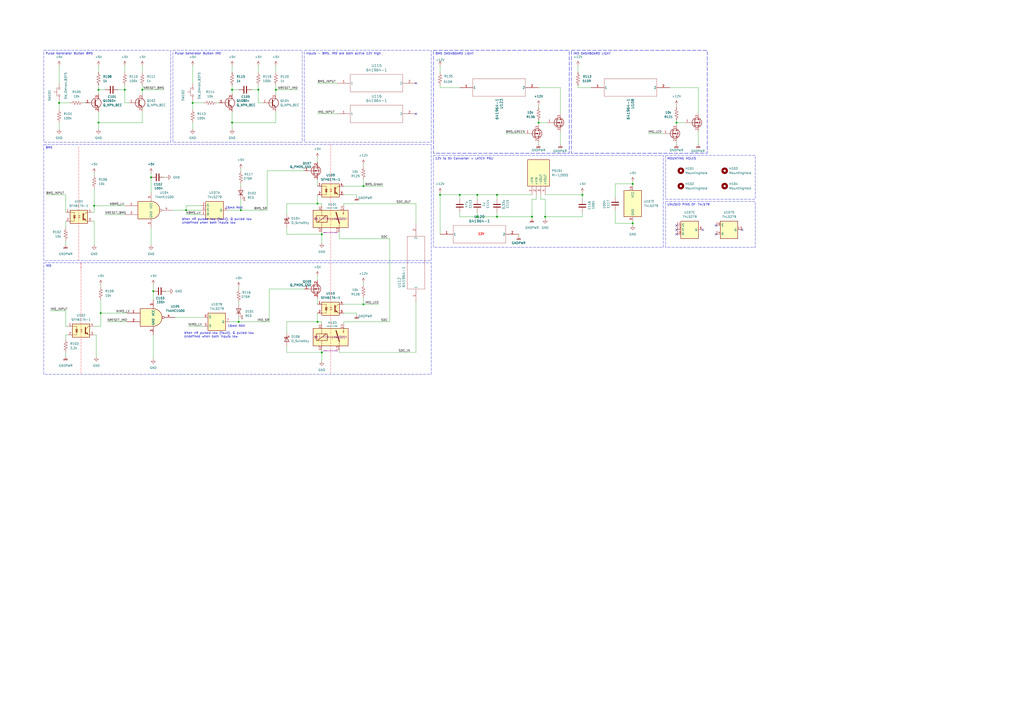
<source format=kicad_sch>
(kicad_sch (version 20250114) (generator "eeschema") (generator_version "9.0")
  (paper "A2")
  (text "12V" (at 279.146 135.89 0) (effects (font (size 1.27 1.27) (thickness 0.254) (bold yes))))
  (text "16mA MAX" (at 137.16 189.23 0) (effects (font (size 1.27 1.27))))
  (text "16mA MAX" (at 135.89 120.65 0) (effects (font (size 1.27 1.27))))
  (text "When nR pulsed low (fault), Q pulled low\nUndefined when both inputs low" (at 106.68 194.31 0) (effects (font (size 1.27 1.27)) (justify left)))
  (text "When nR pulsed low (fault), Q pulled low\nUndefined when both inputs low" (at 105.41 128.27 0) (effects (font (size 1.27 1.27)) (justify left)))
  (text_box "BMS\n" (at 25.4 83.82 0) (size 224.79 67.31) (margins 0.9525 0.9525 0.9525 0.9525) (stroke (width 0) (type dash)) (effects (font (size 1.27 1.27)) (justify left top)))
  (text_box "Pulse Generator Button BMS\n" (at 25.4 29.21 0) (size 73.66 53.34) (margins 0.9525 0.9525 0.9525 0.9525) (stroke (width 0) (type dash)) (effects (font (size 1.27 1.27)) (justify left top)))
  (text_box "UNUSED PINS OF 74LS79" (at 386.08 116.84 0) (size 52.07 26.67) (margins 0.9525 0.9525 0.9525 0.9525) (stroke (width 0) (type dash)) (effects (font (size 1.27 1.27)) (justify left top)))
  (text_box "Pulse Generator Button IMD\n\n" (at 100.33 29.21 0) (size 74.93 53.34) (margins 0.9525 0.9525 0.9525 0.9525) (stroke (width 0) (type dash)) (effects (font (size 1.27 1.27)) (justify left top)))
  (text_box "12V to 5V Converter + LATCH PSU" (at 251.46 90.17 0) (size 133.35 53.34) (margins 0.9525 0.9525 0.9525 0.9525) (stroke (width 0) (type dash)) (effects (font (size 1.27 1.27)) (justify left top)))
  (text_box "MOUNTING HOLES\n" (at 386.08 90.17 0) (size 52.07 25.4) (margins 0.9525 0.9525 0.9525 0.9525) (stroke (width 0) (type dash)) (effects (font (size 1.27 1.27)) (justify left top)))
  (text_box "Inputs - BMS, IMD are both active 12V high\n" (at 176.53 29.21 0) (size 73.66 53.34) (margins 0.9525 0.9525 0.9525 0.9525) (stroke (width 0) (type dash)) (effects (font (size 1.27 1.27)) (justify left top)))
  (text_box "BMS DASHBOARD LIGHT" (at 251.46 29.21 0) (size 78.74 59.69) (margins 1.0541 1.0541 1.0541 1.0541) (stroke (width 0.2032) (type dash)) (effects (font (size 1.27 1.27)) (justify left top)))
  (text_box "IMD" (at 25.4 152.4 0) (size 224.79 64.77) (margins 0.9525 0.9525 0.9525 0.9525) (stroke (width 0) (type dash)) (effects (font (size 1.27 1.27)) (justify left top)))
  (text_box "IMD DASHBOARD LIGHT" (at 331.47 29.21 0) (size 78.74 59.69) (margins 1.0541 1.0541 1.0541 1.0541) (stroke (width 0.2032) (type dash)) (effects (font (size 1.27 1.27)) (justify left top)))
  (junction (at 138.43 186.69))
  (junction (at 288.29 113.03))
  (junction (at 54.61 119.38))
  (junction (at 266.7 113.03))
  (junction (at 82.55 52.07))
  (junction (at 107.95 121.92))
  (junction (at 367.03 129.54))
  (junction (at 186.69 204.47))
  (junction (at 288.29 125.73))
  (junction (at 337.82 113.03))
  (junction (at 255.27 113.03))
  (junction (at 276.86 125.73))
  (junction (at 134.62 52.07))
  (junction (at 186.69 135.89))
  (junction (at 308.61 125.73))
  (junction (at 160.02 52.07))
  (junction (at 316.23 125.73))
  (junction (at 210.82 176.53))
  (junction (at 72.39 52.07))
  (junction (at 392.43 71.12))
  (junction (at 58.42 181.61))
  (junction (at 87.63 102.87))
  (junction (at 88.9 168.91))
  (junction (at 276.86 113.03))
  (junction (at 57.15 52.07))
  (junction (at 184.15 186.69))
  (junction (at 57.15 71.12))
  (junction (at 134.62 71.12))
  (junction (at 111.76 59.69))
  (junction (at 184.15 118.11))
  (junction (at 367.03 106.68))
  (junction (at 210.82 107.95))
  (junction (at 139.7 121.92))
  (junction (at 34.29 59.69))
  (junction (at 312.42 71.12))
  (junction (at 149.86 52.07))
  (no_connect (at 392.43 130.81))
  (no_connect (at 392.43 133.35))
  (no_connect (at 392.43 135.89))
  (no_connect (at 241.3 66.04))
  (no_connect (at 430.53 133.35))
  (no_connect (at 415.29 135.89))
  (no_connect (at 407.67 133.35))
  (no_connect (at 415.29 130.81))
  (no_connect (at 241.3 48.26))
  (wire (pts (xy 312.42 82.55) (xy 312.42 83.82)))
  (wire (pts (xy 184.15 48.26) (xy 195.58 48.26)))
  (wire (pts (xy 356.87 114.3) (xy 356.87 106.68)))
  (wire (pts (xy 312.42 71.12) (xy 317.5 71.12)))
  (wire (pts (xy 288.29 113.03) (xy 308.61 113.03)))
  (wire (pts (xy 134.62 64.77) (xy 134.62 71.12)))
  (wire (pts (xy 111.76 58.42) (xy 111.76 59.69)))
  (wire (pts (xy 210.82 107.95) (xy 222.25 107.95)))
  (wire (pts (xy 111.76 48.26) (xy 111.76 38.1)))
  (polyline (pts (xy 191.77 83.82) (xy 191.77 151.13)) (stroke (width 0.127) (type dash) (color 255 0 9 1)))
  (wire (pts (xy 312.42 60.96) (xy 312.42 62.23)))
  (wire (pts (xy 316.23 125.73) (xy 337.82 125.73)))
  (wire (pts (xy 367.03 128.27) (xy 367.03 129.54)))
  (wire (pts (xy 166.37 186.69) (xy 184.15 186.69)))
  (wire (pts (xy 38.1 113.03) (xy 38.1 123.19)))
  (wire (pts (xy 146.05 52.07) (xy 149.86 52.07)))
  (wire (pts (xy 316.23 113.03) (xy 337.82 113.03)))
  (wire (pts (xy 107.95 124.46) (xy 116.84 124.46)))
  (wire (pts (xy 38.1 139.7) (xy 38.1 142.24)))
  (wire (pts (xy 72.39 59.69) (xy 74.93 59.69)))
  (wire (pts (xy 312.42 69.85) (xy 312.42 71.12)))
  (wire (pts (xy 100.33 121.92) (xy 107.95 121.92)))
  (wire (pts (xy 111.76 59.69) (xy 118.11 59.69)))
  (wire (pts (xy 82.55 49.53) (xy 82.55 52.07)))
  (wire (pts (xy 82.55 38.1) (xy 82.55 41.91)))
  (wire (pts (xy 196.85 204.47) (xy 196.85 203.2)))
  (wire (pts (xy 87.63 102.87) (xy 87.63 111.76)))
  (polyline (pts (xy 45.72 85.09) (xy 45.72 151.13)) (stroke (width 0.127) (type dash) (color 255 0 9 1)))
  (wire (pts (xy 367.03 105.41) (xy 367.03 106.68)))
  (wire (pts (xy 325.12 76.2) (xy 325.12 83.82)))
  (wire (pts (xy 72.39 52.07) (xy 72.39 59.69)))
  (wire (pts (xy 186.69 204.47) (xy 166.37 204.47)))
  (wire (pts (xy 184.15 118.11) (xy 186.69 118.11)))
  (wire (pts (xy 375.92 77.47) (xy 384.81 77.47)))
  (wire (pts (xy 60.96 124.46) (xy 72.39 124.46)))
  (wire (pts (xy 337.82 111.76) (xy 337.82 113.03)))
  (wire (pts (xy 54.61 119.38) (xy 72.39 119.38)))
  (wire (pts (xy 308.61 125.73) (xy 308.61 115.57)))
  (wire (pts (xy 255.27 50.8) (xy 266.7 50.8)))
  (wire (pts (xy 266.7 113.03) (xy 266.7 115.57)))
  (wire (pts (xy 166.37 118.11) (xy 184.15 118.11)))
  (wire (pts (xy 134.62 52.07) (xy 138.43 52.07)))
  (wire (pts (xy 138.43 184.15) (xy 138.43 186.69)))
  (wire (pts (xy 139.7 106.68) (xy 139.7 107.95)))
  (wire (pts (xy 210.82 176.53) (xy 210.82 172.72)))
  (wire (pts (xy 38.1 180.34) (xy 38.1 189.23)))
  (wire (pts (xy 29.21 180.34) (xy 38.1 180.34)))
  (wire (pts (xy 154.94 99.06) (xy 176.53 99.06)))
  (wire (pts (xy 156.21 186.69) (xy 156.21 167.64)))
  (wire (pts (xy 199.39 107.95) (xy 210.82 107.95)))
  (wire (pts (xy 125.73 59.69) (xy 127 59.69)))
  (wire (pts (xy 53.34 128.27) (xy 54.61 128.27)))
  (wire (pts (xy 58.42 165.1) (xy 58.42 166.37)))
  (wire (pts (xy 134.62 71.12) (xy 134.62 74.93)))
  (wire (pts (xy 54.61 109.22) (xy 54.61 119.38)))
  (wire (pts (xy 48.26 59.69) (xy 49.53 59.69)))
  (wire (pts (xy 199.39 186.69) (xy 199.39 187.96)))
  (wire (pts (xy 186.69 118.11) (xy 186.69 119.38)))
  (wire (pts (xy 149.86 52.07) (xy 149.86 59.69)))
  (wire (pts (xy 316.23 115.57) (xy 313.69 115.57)))
  (wire (pts (xy 210.82 95.25) (xy 210.82 96.52)))
  (wire (pts (xy 196.85 204.47) (xy 241.3 204.47)))
  (wire (pts (xy 337.82 123.19) (xy 337.82 125.73)))
  (wire (pts (xy 82.55 52.07) (xy 82.55 54.61)))
  (wire (pts (xy 111.76 71.12) (xy 111.76 74.93)))
  (wire (pts (xy 87.63 100.33) (xy 87.63 102.87)))
  (wire (pts (xy 186.69 186.69) (xy 186.69 187.96)))
  (wire (pts (xy 207.01 182.88) (xy 207.01 181.61)))
  (wire (pts (xy 160.02 38.1) (xy 160.02 41.91)))
  (wire (pts (xy 367.03 130.81) (xy 367.03 129.54)))
  (wire (pts (xy 138.43 166.37) (xy 138.43 167.64)))
  (wire (pts (xy 199.39 118.11) (xy 241.3 118.11)))
  (wire (pts (xy 293.37 77.47) (xy 304.8 77.47)))
  (wire (pts (xy 276.86 113.03) (xy 288.29 113.03)))
  (wire (pts (xy 199.39 118.11) (xy 199.39 119.38)))
  (wire (pts (xy 196.85 134.62) (xy 196.85 138.43)))
  (wire (pts (xy 311.15 115.57) (xy 311.15 113.03)))
  (wire (pts (xy 210.82 104.14) (xy 210.82 107.95)))
  (wire (pts (xy 367.03 106.68) (xy 367.03 107.95)))
  (wire (pts (xy 160.02 64.77) (xy 160.02 71.12)))
  (wire (pts (xy 154.94 121.92) (xy 154.94 99.06)))
  (wire (pts (xy 166.37 118.11) (xy 166.37 124.46)))
  (wire (pts (xy 288.29 113.03) (xy 288.29 115.57)))
  (wire (pts (xy 392.43 69.85) (xy 392.43 71.12)))
  (polyline (pts (xy 46.99 152.4) (xy 46.99 217.17)) (stroke (width 0.127) (type dash) (color 255 0 9 1)))
  (wire (pts (xy 288.29 125.73) (xy 308.61 125.73)))
  (wire (pts (xy 207.01 114.3) (xy 207.01 113.03)))
  (wire (pts (xy 68.58 52.07) (xy 72.39 52.07)))
  (wire (pts (xy 82.55 64.77) (xy 82.55 71.12)))
  (wire (pts (xy 57.15 38.1) (xy 57.15 41.91)))
  (wire (pts (xy 149.86 52.07) (xy 149.86 49.53)))
  (wire (pts (xy 34.29 71.12) (xy 34.29 74.93)))
  (wire (pts (xy 186.69 204.47) (xy 186.69 209.55)))
  (wire (pts (xy 405.13 76.2) (xy 405.13 83.82)))
  (wire (pts (xy 266.7 123.19) (xy 266.7 125.73)))
  (wire (pts (xy 186.69 135.89) (xy 166.37 135.89)))
  (wire (pts (xy 166.37 186.69) (xy 166.37 193.04)))
  (wire (pts (xy 166.37 135.89) (xy 166.37 132.08)))
  (wire (pts (xy 160.02 71.12) (xy 134.62 71.12)))
  (wire (pts (xy 160.02 52.07) (xy 160.02 54.61)))
  (wire (pts (xy 266.7 113.03) (xy 276.86 113.03)))
  (wire (pts (xy 116.84 121.92) (xy 107.95 121.92)))
  (wire (pts (xy 95.25 52.07) (xy 82.55 52.07)))
  (wire (pts (xy 26.67 113.03) (xy 38.1 113.03)))
  (wire (pts (xy 138.43 186.69) (xy 156.21 186.69)))
  (wire (pts (xy 160.02 49.53) (xy 160.02 52.07)))
  (wire (pts (xy 255.27 38.1) (xy 255.27 41.91)))
  (wire (pts (xy 111.76 59.69) (xy 111.76 63.5)))
  (wire (pts (xy 405.13 50.8) (xy 405.13 66.04)))
  (wire (pts (xy 392.43 82.55) (xy 392.43 83.82)))
  (wire (pts (xy 186.69 203.2) (xy 186.69 204.47)))
  (wire (pts (xy 184.15 104.14) (xy 184.15 107.95)))
  (wire (pts (xy 58.42 181.61) (xy 73.66 181.61)))
  (wire (pts (xy 207.01 181.61) (xy 199.39 181.61)))
  (wire (pts (xy 72.39 38.1) (xy 72.39 41.91)))
  (wire (pts (xy 139.7 97.79) (xy 139.7 99.06)))
  (wire (pts (xy 312.42 71.12) (xy 312.42 72.39)))
  (wire (pts (xy 276.86 123.19) (xy 276.86 125.73)))
  (wire (pts (xy 58.42 173.99) (xy 58.42 181.61)))
  (wire (pts (xy 88.9 165.1) (xy 88.9 168.91)))
  (wire (pts (xy 367.03 129.54) (xy 356.87 129.54)))
  (wire (pts (xy 54.61 119.38) (xy 54.61 123.19)))
  (wire (pts (xy 300.99 137.16) (xy 300.99 135.89)))
  (wire (pts (xy 196.85 138.43) (xy 226.06 138.43)))
  (wire (pts (xy 184.15 186.69) (xy 186.69 186.69)))
  (wire (pts (xy 101.6 184.15) (xy 118.11 184.15)))
  (wire (pts (xy 392.43 60.96) (xy 392.43 62.23)))
  (wire (pts (xy 54.61 128.27) (xy 54.61 142.24)))
  (wire (pts (xy 62.23 186.69) (xy 73.66 186.69)))
  (wire (pts (xy 308.61 127) (xy 308.61 125.73)))
  (wire (pts (xy 57.15 64.77) (xy 57.15 71.12)))
  (wire (pts (xy 186.69 134.62) (xy 186.69 135.89)))
  (wire (pts (xy 184.15 66.04) (xy 195.58 66.04)))
  (wire (pts (xy 184.15 91.44) (xy 184.15 93.98)))
  (wire (pts (xy 138.43 175.26) (xy 138.43 176.53)))
  (wire (pts (xy 38.1 128.27) (xy 38.1 132.08)))
  (wire (pts (xy 156.21 167.64) (xy 176.53 167.64)))
  (wire (pts (xy 54.61 189.23) (xy 58.42 189.23)))
  (wire (pts (xy 54.61 101.6) (xy 54.61 100.33)))
  (wire (pts (xy 38.1 196.85) (xy 38.1 194.31)))
  (wire (pts (xy 199.39 176.53) (xy 210.82 176.53)))
  (wire (pts (xy 54.61 123.19) (xy 53.34 123.19)))
  (wire (pts (xy 255.27 113.03) (xy 255.27 135.89)))
  (wire (pts (xy 288.29 123.19) (xy 288.29 125.73)))
  (wire (pts (xy 88.9 168.91) (xy 88.9 173.99)))
  (wire (pts (xy 54.61 194.31) (xy 55.88 194.31)))
  (wire (pts (xy 139.7 121.92) (xy 154.94 121.92)))
  (wire (pts (xy 219.71 176.53) (xy 210.82 176.53)))
  (wire (pts (xy 210.82 163.83) (xy 210.82 165.1)))
  (wire (pts (xy 139.7 115.57) (xy 139.7 121.92)))
  (wire (pts (xy 72.39 52.07) (xy 72.39 49.53)))
  (wire (pts (xy 325.12 50.8) (xy 325.12 66.04)))
  (wire (pts (xy 58.42 181.61) (xy 58.42 189.23)))
  (wire (pts (xy 255.27 113.03) (xy 255.27 111.76)))
  (wire (pts (xy 186.69 135.89) (xy 186.69 140.97)))
  (wire (pts (xy 55.88 194.31) (xy 55.88 207.01)))
  (wire (pts (xy 392.43 71.12) (xy 397.51 71.12)))
  (wire (pts (xy 184.15 160.02) (xy 184.15 162.56)))
  (wire (pts (xy 134.62 49.53) (xy 134.62 52.07)))
  (wire (pts (xy 184.15 181.61) (xy 184.15 186.69)))
  (wire (pts (xy 57.15 49.53) (xy 57.15 52.07)))
  (wire (pts (xy 57.15 52.07) (xy 60.96 52.07)))
  (wire (pts (xy 149.86 38.1) (xy 149.86 41.91)))
  (wire (pts (xy 107.95 119.38) (xy 107.95 121.92)))
  (wire (pts (xy 57.15 52.07) (xy 57.15 54.61)))
  (wire (pts (xy 207.01 113.03) (xy 199.39 113.03)))
  (wire (pts (xy 166.37 204.47) (xy 166.37 200.66)))
  (wire (pts (xy 335.28 49.53) (xy 335.28 50.8)))
  (wire (pts (xy 132.08 121.92) (xy 139.7 121.92)))
  (wire (pts (xy 149.86 59.69) (xy 152.4 59.69)))
  (polyline (pts (xy 46.99 152.4) (xy 46.99 156.21)) (stroke (width 0.127) (type dash) (color 255 0 9 1)))
  (wire (pts (xy 38.1 189.23) (xy 39.37 189.23)))
  (wire (pts (xy 356.87 129.54) (xy 356.87 121.92)))
  (wire (pts (xy 312.42 50.8) (xy 325.12 50.8)))
  (wire (pts (xy 34.29 48.26) (xy 34.29 38.1)))
  (wire (pts (xy 184.15 113.03) (xy 184.15 118.11)))
  (wire (pts (xy 276.86 113.03) (xy 276.86 115.57)))
  (wire (pts (xy 34.29 58.42) (xy 34.29 59.69)))
  (wire (pts (xy 316.23 125.73) (xy 316.23 115.57)))
  (wire (pts (xy 337.82 113.03) (xy 337.82 115.57)))
  (wire (pts (xy 97.79 168.91) (xy 96.52 168.91)))
  (wire (pts (xy 134.62 52.07) (xy 134.62 54.61)))
  (wire (pts (xy 107.95 119.38) (xy 116.84 119.38)))
  (wire (pts (xy 34.29 59.69) (xy 34.29 63.5)))
  (wire (pts (xy 388.62 50.8) (xy 405.13 50.8)))
  (wire (pts (xy 184.15 172.72) (xy 184.15 176.53)))
  (wire (pts (xy 266.7 125.73) (xy 276.86 125.73)))
  (wire (pts (xy 241.3 118.11) (xy 241.3 129.54)))
  (wire (pts (xy 34.29 59.69) (xy 40.64 59.69)))
  (wire (pts (xy 82.55 71.12) (xy 57.15 71.12)))
  (wire (pts (xy 335.28 50.8) (xy 342.9 50.8)))
  (wire (pts (xy 255.27 49.53) (xy 255.27 50.8)))
  (wire (pts (xy 133.35 186.69) (xy 138.43 186.69)))
  (wire (pts (xy 241.3 204.47) (xy 241.3 175.26)))
  (wire (pts (xy 335.28 38.1) (xy 335.28 41.91)))
  (wire (pts (xy 172.72 52.07) (xy 160.02 52.07)))
  (wire (pts (xy 109.22 189.23) (xy 118.11 189.23)))
  (wire (pts (xy 313.69 115.57) (xy 313.69 113.03)))
  (wire (pts (xy 255.27 113.03) (xy 266.7 113.03)))
  (wire (pts (xy 57.15 71.12) (xy 57.15 74.93)))
  (wire (pts (xy 356.87 106.68) (xy 367.03 106.68)))
  (wire (pts (xy 316.23 127) (xy 316.23 125.73)))
  (wire (pts (xy 276.86 125.73) (xy 288.29 125.73)))
  (wire (pts (xy 38.1 194.31) (xy 39.37 194.31)))
  (wire (pts (xy 308.61 115.57) (xy 311.15 115.57)))
  (wire (pts (xy 88.9 194.31) (xy 88.9 208.28)))
  (wire (pts (xy 87.63 132.08) (xy 87.63 142.24)))
  (wire (pts (xy 226.06 186.69) (xy 226.06 138.43)))
  (wire (pts (xy 96.52 102.87) (xy 95.25 102.87)))
  (wire (pts (xy 134.62 38.1) (xy 134.62 41.91)))
  (polyline (pts (xy 191.77 152.4) (xy 191.77 217.17)) (stroke (width 0.127) (type dash) (color 255 0 9 1)))
  (wire (pts (xy 38.1 204.47) (xy 38.1 207.01)))
  (wire (pts (xy 199.39 186.69) (xy 226.06 186.69)))
  (wire (pts (xy 392.43 71.12) (xy 392.43 72.39)))
  (label "NIMD_LV" (at 109.22 189.23 0))
  (label "NBMS_LV" (at 107.95 124.46 0))
  (label "NRESET_IMD" (at 62.23 186.69 0))
  (label "SDC_OUT" (at 229.87 118.11 0))
  (label "BMS_INPUT" (at 26.67 113.03 0))
  (label "BMS_INPUT" (at 184.15 48.26 0))
  (label "IMD_INPUT" (at 184.15 66.04 0))
  (label "IMD_LED" (at 375.92 77.47 0))
  (label "NBMS_LV" (at 63.5 119.38 0))
  (label "IMD_SR" (at 156.21 186.69 180))
  (label "NRESET_BMS" (at 95.25 52.07 180))
  (label "BMS_Green" (at 222.25 107.95 180))
  (label "SDC" (at 220.98 138.43 0))
  (label "NIMD_LV" (at 67.31 181.61 0))
  (label "IMD_INPUT" (at 29.21 180.34 0))
  (label "BMS_SR" (at 154.94 121.92 180))
  (label "BMS_GREEN" (at 293.37 77.47 0))
  (label "SDC_IN" (at 231.14 204.47 0))
  (label "SDC" (at 220.98 186.69 0))
  (label "NRESET_IMD" (at 172.72 52.07 180))
  (label "NRESET_BMS" (at 60.96 124.46 0))
  (label "IMD_LED" (at 219.71 176.53 180))
  (symbol (lib_id "power:+5V") (at 138.43 166.37 0) (unit 1)
    (property "Reference" "#PWR0130" (effects (hide yes)))
    (property "Value" "+5V" (at 138.43 161.29 0))
  )
  (symbol (lib_id "Device:R_US") (at 160.02 45.72 0) (unit 1)
    (property "Reference" "R120" (at 162.56 44.4499 0) (effects (justify left)))
    (property "Value" "1k" (at 162.56 46.9899 0) (effects (justify left)))
    (property "Footprint" "Resistor_SMD:R_0805_2012Metric_Pad1.20x1.40mm_HandSolder" (effects (hide yes)))
    (property "Description" "Resistor, US symbol" (effects (hide yes)))
    (property "JLC#" "C17513" (effects (hide yes)))
  )
  (symbol (lib_id "Transistor_FET:Q_PMOS_GSD") (at 181.61 167.64 0) (mirror x) (unit 1)
    (property "Reference" "Q108" (at 175.514 163.322 0) (effects (justify left)))
    (property "Value" "Q_PMOS_GSD" (at 168.148 165.354 0) (effects (justify left)))
    (property "Footprint" "Package_TO_SOT_SMD:SOT-523" (effects (hide yes)))
    (property "Description" "P-MOSFET transistor, gate/source/drain" (effects (hide yes)))
    (property "JLC#" "C96676" (effects (hide yes)))
  )
  (symbol (lib_id "power:+5V") (at 210.82 95.25 0) (unit 1)
    (property "Reference" "#PWR0150" (effects (hide yes)))
    (property "Value" "+12V" (at 210.82 90.17 0))
  )
  (symbol (lib_id "power:GNDPWR") (at 207.01 182.88 0) (unit 1)
    (property "Reference" "#PWR0149" (effects (hide yes)))
    (property "Value" "GNDPWR" (at 211.836 183.388 0))
    (property "Description" "Power symbol creates a global label with name \"GNDPWR\" , global ground" (effects (hide yes)))
  )
  (symbol (lib_name "+5V_1") (lib_id "power:+5V") (at 54.61 100.33 0) (unit 1)
    (property "Reference" "#PWR0106" (effects (hide yes)))
    (property "Value" "+5V" (at 54.61 95.25 0))
    (property "Description" "Power symbol creates a global label with name \"+5V\"" (effects (hide yes)))
  )
  (symbol (lib_id "power:GNDPWR") (at 312.42 83.82 0) (unit 1)
    (property "Reference" "#PWR0178" (effects (hide yes)))
    (property "Value" "GNDPWR" (at 312.42 87.122 0))
    (property "Description" "Power symbol creates a global label with name \"GNDPWR\" , global ground" (effects (hide yes)))
  )
  (symbol (lib_id "74xx:74LS279") (at 422.91 133.35 0) (unit 4)
    (property "Reference" "U107" (at 422.91 123.19 0))
    (property "Value" "74LS279" (at 422.91 125.73 0))
    (property "Footprint" "Package_SO:SOIC-16_3.9x9.9mm_P1.27mm" (effects (hide yes)))
    (property "Datasheet" "https://www.ti.com/lit/gpn/sn54ls279a" (effects (hide yes)))
    (property "Description" "Quad SR latch, DIP-16/SOIC-16/SOIC-16W" (effects (hide yes)))
    (property "MOUSER" "595-SN74LS279ADR " (effects (hide yes)))
  )
  (symbol (lib_name "GND_1") (lib_id "power:GND") (at 186.69 140.97 0) (unit 1)
    (property "Reference" "#PWR0142" (effects (hide yes)))
    (property "Value" "GND" (at 186.69 146.05 0))
    (property "Description" "Power symbol creates a global label with name \"GND\" , ground" (effects (hide yes)))
  )
  (symbol (lib_id "74xx:74LS279") (at 367.03 118.11 0) (unit 5)
    (property "Reference" "U107" (at 373.38 116.8399 0) (effects (justify left)))
    (property "Value" "74LS279" (at 373.38 119.3799 0) (effects (justify left)))
    (property "Footprint" "Package_SO:SOIC-16_3.9x9.9mm_P1.27mm" (effects (hide yes)))
    (property "Datasheet" "https://www.ti.com/lit/gpn/sn54ls279a" (effects (hide yes)))
    (property "Description" "Quad SR latch, DIP-16/SOIC-16/SOIC-16W" (effects (hide yes)))
    (property "MOUSER" "595-SN74LS279ADR " (effects (hide yes)))
  )
  (symbol (lib_name "+5V_1") (lib_id "power:+5V") (at 87.63 100.33 0) (unit 1)
    (property "Reference" "#PWR0116" (effects (hide yes)))
    (property "Value" "+5V" (at 87.63 95.25 0))
    (property "Description" "Power symbol creates a global label with name \"+5V\"" (effects (hide yes)))
  )
  (symbol (lib_name "+5V_1") (lib_id "power:+5V") (at 57.15 38.1 0) (unit 1)
    (property "Reference" "#PWR0111" (effects (hide yes)))
    (property "Value" "+5V" (at 57.15 33.02 0))
    (property "Description" "Power symbol creates a global label with name \"+5V\"" (effects (hide yes)))
  )
  (symbol (lib_name "GND_1") (lib_id "power:GND") (at 88.9 208.28 0) (unit 1)
    (property "Reference" "#PWR0119" (effects (hide yes)))
    (property "Value" "GND" (at 88.9 213.36 0))
    (property "Description" "Power symbol creates a global label with name \"GND\" , ground" (effects (hide yes)))
  )
  (symbol (lib_id "Transistor_BJT:Q_NPN_BEC") (at 80.01 59.69 0) (unit 1)
    (property "Reference" "Q102" (at 85.09 58.4199 0) (effects (justify left)))
    (property "Value" "Q_NPN_BEC" (at 85.09 60.9599 0) (effects (justify left)))
    (property "Footprint" "Package_TO_SOT_SMD:SOT-23" (effects (hide yes)))
    (property "Description" "NPN transistor, base/emitter/collector" (effects (hide yes)))
    (property "JLC#" "C2146" (effects (hide yes)))
  )
  (symbol (lib_id "Isolator:SFH617A-1") (at 45.72 125.73 0) (unit 1)
    (property "Reference" "U101" (at 45.72 116.84 0))
    (property "Value" "SFH617A-1" (at 45.72 119.38 0))
    (property "Footprint" "Package_DIP:DIP-4_W7.62mm" (effects (hide yes)))
    (property "Datasheet" "http://www.vishay.com/docs/83740/sfh617a.pdf" (effects (hide yes)))
    (property "Description" "Optocoupler, Phototransistor Output, 5300 VRMS, VCEO 70V, CTR% 40-80, -55 to +110 degree Celsius, UL, BSI, FIMKO, cUL, THT PDIP-4" (effects (hide yes)))
    (property "MOUSER" "SFH617A-1X007T " (effects (hide yes)))
  )
  (symbol (lib_id "Relay:Fujitsu_FTR-LYAA005x") (at 191.77 195.58 0) (unit 1)
    (property "Reference" "K103" (at 190.246 187.198 0) (effects (justify left)))
    (property "Value" "Fujitsu_FTR-LYAA005x" (at 189.484 189.23 0) (effects (font (size 0.381 0.381)) (justify left)))
    (property "Footprint" "Relay_THT:Relay_SPST-NO_Fujitsu_FTR-LYAA005x_FormA_Vertical" (effects (hide yes)))
    (property "Datasheet" "https://www.fujitsu.com/sg/imagesgig5/ftr-ly.pdf" (effects (hide yes)))
    (property "Description" "Relay, SPST Form A, vertical mount, 5-60V coil, 6A, 250VAC, 28 x 5 x 15mm" (effects (hide yes)))
    (property "MOUSER" " 817-FTR-LYAA005Y " (at 191.77 195.58 0))
    (property "Notes" "basically a 157 ohm resistor" (at 191.77 203.454 0) (effects (font (size 0.381 0.381))))
    (property "Manufacturer_Part_Number" "https://www.mouser.com/ProductDetail/FCL-Components/FTR-LYAA005Y?qs=lEfYtVAeAoqtqRNkFkxQ7Q%3D%3D" (effects (hide yes)))
  )
  (symbol (lib_id "CONNECTOR:641964-1") (at 241.3 175.26 90) (unit 1)
    (property "Reference" "U112" (at 231.648 160.782 0) (effects (font (size 1.524 1.524)) (justify right)))
    (property "Value" "641964-1" (at 234.188 154.432 0) (effects (font (size 1.524 1.524)) (justify right)))
    (property "Footprint" "641964-1:TE_641964-1" (effects (hide yes)))
    (property "Datasheet" "641964-1" (effects (hide yes)))
    (property "MOUSER" "571-6419641 " (effects (hide yes)))
  )
  (symbol (lib_name "GND_1") (lib_id "power:GND") (at 96.52 102.87 90) (unit 1)
    (property "Reference" "#PWR0122" (effects (hide yes)))
    (property "Value" "GND" (at 100.33 102.8699 90) (effects (justify right)))
    (property "Description" "Power symbol creates a global label with name \"GND\" , ground" (effects (hide yes)))
  )
  (symbol (lib_name "+5V_1") (lib_id "power:+5V") (at 392.43 60.96 0) (unit 1)
    (property "Reference" "#PWR0135" (effects (hide yes)))
    (property "Value" "+12V" (at 392.43 55.88 0))
    (property "Description" "Power symbol creates a global label with name \"+5V\"" (effects (hide yes)))
  )
  (symbol (lib_id "CONNECTOR:641964-1") (at 342.9 50.8 0) (unit 1)
    (property "Reference" "U108" (at 367.0301 57.15 90) (effects (font (size 1.524 1.524)) (justify right)))
    (property "Value" "641964-1" (at 364.4901 57.15 90) (effects (font (size 1.524 1.524)) (justify right)))
    (property "Footprint" "641964-1:TE_641964-1" (effects (hide yes)))
    (property "Datasheet" "641964-1" (effects (hide yes)))
    (property "MOUSER" "571-6419641 " (effects (hide yes)))
  )
  (symbol (lib_id "74xx:74LS279") (at 400.05 133.35 0) (unit 3)
    (property "Reference" "U107" (at 400.05 123.19 0))
    (property "Value" "74LS279" (at 400.05 125.73 0))
    (property "Footprint" "Package_SO:SOIC-16_3.9x9.9mm_P1.27mm" (effects (hide yes)))
    (property "Datasheet" "https://www.ti.com/lit/gpn/sn54ls279a" (effects (hide yes)))
    (property "Description" "Quad SR latch, DIP-16/SOIC-16/SOIC-16W" (effects (hide yes)))
    (property "MOUSER" "595-SN74LS279ADR " (effects (hide yes)))
  )
  (symbol (lib_id "power:+5V") (at 337.82 111.76 0) (unit 1)
    (property "Reference" "#PWR0170" (effects (hide yes)))
    (property "Value" "+5V" (at 337.82 106.68 0))
  )
  (symbol (lib_name "+5V_1") (lib_id "power:+5V") (at 134.62 38.1 0) (unit 1)
    (property "Reference" "#PWR0128" (effects (hide yes)))
    (property "Value" "+5V" (at 134.62 33.02 0))
    (property "Description" "Power symbol creates a global label with name \"+5V\"" (effects (hide yes)))
  )
  (symbol (lib_name "+5V_1") (lib_id "power:+5V") (at 160.02 38.1 0) (unit 1)
    (property "Reference" "#PWR0134" (effects (hide yes)))
    (property "Value" "+5V" (at 160.02 33.02 0))
    (property "Description" "Power symbol creates a global label with name \"+5V\"" (effects (hide yes)))
  )
  (symbol (lib_id "Device:D_Schottky") (at 166.37 196.85 270) (unit 1)
    (property "Reference" "D106" (at 168.91 195.2624 90) (effects (justify left)))
    (property "Value" "D_Schottky" (at 168.91 197.8024 90) (effects (justify left)))
    (property "Footprint" "Diode_SMD:D_SMA" (effects (hide yes)))
    (property "Description" "Schottky diode" (effects (hide yes)))
    (property "JLC#" "C8678" (effects (hide yes)))
  )
  (symbol (lib_id "Device:R_US") (at 392.43 66.04 0) (mirror y) (unit 1)
    (property "Reference" "R121" (at 385.318 67.818 0) (effects (justify right)))
    (property "Value" "10k" (at 385.826 65.278 0) (effects (justify right)))
    (property "Footprint" "Resistor_SMD:R_0805_2012Metric_Pad1.20x1.40mm_HandSolder" (effects (hide yes)))
    (property "Description" "Resistor, US symbol" (effects (hide yes)))
    (property "MOUSER" "ESR10EZPD1002" (effects (hide yes)))
  )
  (symbol (lib_id "Device:C") (at 92.71 168.91 90) (unit 1)
    (property "Reference" "C103" (at 92.964 172.974 90))
    (property "Value" "100n" (at 93.218 175.26 90))
    (property "Footprint" "Capacitor_SMD:C_0603_1608Metric_Pad1.08x0.95mm_HandSolder" (effects (hide yes)))
    (property "Description" "Unpolarized capacitor" (effects (hide yes)))
    (property "JLC#" "C1591" (effects (hide yes)))
  )
  (symbol (lib_id "Device:R_US") (at 312.42 66.04 0) (mirror y) (unit 1)
    (property "Reference" "R136" (at 305.308 67.818 0) (effects (justify right)))
    (property "Value" "10k" (at 305.816 65.278 0) (effects (justify right)))
    (property "Footprint" "Resistor_SMD:R_0805_2012Metric_Pad1.20x1.40mm_HandSolder" (effects (hide yes)))
    (property "Description" "Resistor, US symbol" (effects (hide yes)))
    (property "MOUSER" "ESR10EZPD1002" (effects (hide yes)))
  )
  (symbol (lib_id "power:GNDPWR") (at 300.99 137.16 0) (unit 1)
    (property "Reference" "#PWR0167" (effects (hide yes)))
    (property "Value" "GNDPWR" (at 300.863 140.97 0))
    (property "Description" "Power symbol creates a global label with name \"GNDPWR\" , global ground" (effects (hide yes)))
  )
  (symbol (lib_id "Device:R_US") (at 82.55 45.72 0) (unit 1)
    (property "Reference" "R111" (at 85.09 44.4499 0) (effects (justify left)))
    (property "Value" "1k" (at 85.09 46.9899 0) (effects (justify left)))
    (property "Footprint" "Resistor_SMD:R_0805_2012Metric_Pad1.20x1.40mm_HandSolder" (effects (hide yes)))
    (property "Description" "Resistor, US symbol" (effects (hide yes)))
    (property "JLC#" "C17513" (effects (hide yes)))
  )
  (symbol (lib_id "Transistor_FET:Q_NMOS_GSD") (at 322.58 71.12 0) (unit 1)
    (property "Reference" "Q115" (effects (hide yes)))
    (property "Value" "Q_NMOS_GSD" (effects (hide yes)))
    (property "Footprint" "Package_TO_SOT_SMD:SOT-23" (effects (hide yes)))
    (property "Description" "N-MOSFET transistor, gate/source/drain" (effects (hide yes)))
    (property "JLC#" " C151421" (effects (hide yes)))
  )
  (symbol (lib_id "power:+5V") (at 367.03 105.41 0) (unit 1)
    (property "Reference" "#PWR0171" (effects (hide yes)))
    (property "Value" "+5V" (at 367.03 100.33 0))
  )
  (symbol (lib_id "Switch:SW_Omron_B3FS") (at 111.76 53.34 90) (unit 1)
    (property "Reference" "SW102" (at 106.172 52.07 0) (effects (justify right)))
    (property "Value" "SW_Omron_B3FS" (at 115.57 41.91 0) (effects (justify right)))
    (property "Footprint" "Button_Switch_SMD:SW_SPST_Omron_B3FS-100xP" (effects (hide yes)))
    (property "Datasheet" "https://omronfs.omron.com/en_US/ecb/products/pdf/en-b3fs.pdf" (effects (hide yes)))
    (property "Description" "Omron B3FS 6x6mm single pole normally-open tactile switch" (effects (hide yes)))
    (property "JLC#" "C271750" (effects (hide yes)))
  )
  (symbol (lib_id "CONNECTOR:641964-1") (at 195.58 66.04 0) (unit 1)
    (property "Reference" "U116" (at 218.44 55.88 0) (effects (font (size 1.524 1.524))))
    (property "Value" "641964-1" (at 218.44 58.42 0) (effects (font (size 1.524 1.524))))
    (property "Footprint" "641964-1:TE_641964-1" (effects (hide yes)))
    (property "Datasheet" "641964-1" (effects (hide yes)))
    (property "MOUSER" "571-6419641 " (effects (hide yes)))
  )
  (symbol (lib_id "power:+5V") (at 184.15 91.44 0) (unit 1)
    (property "Reference" "#PWR0140" (effects (hide yes)))
    (property "Value" "+5V" (at 184.15 86.36 0))
  )
  (symbol (lib_id "power:GNDPWR") (at 38.1 142.24 0) (unit 1)
    (property "Reference" "#PWR01" (effects (hide yes)))
    (property "Value" "GNDPWR" (at 38.1 147.32 0))
    (property "Description" "Power symbol creates a global label with name \"GNDPWR\" , global ground" (effects (hide yes)))
  )
  (symbol (lib_id "power:GNDPWR") (at 325.12 83.82 0) (unit 1)
    (property "Reference" "#PWR0179" (effects (hide yes)))
    (property "Value" "GNDPWR" (at 324.866 87.63 0))
    (property "Description" "Power symbol creates a global label with name \"GNDPWR\" , global ground" (effects (hide yes)))
  )
  (symbol (lib_name "GND_2") (lib_id "power:GND") (at 34.29 74.93 0) (unit 1)
    (property "Reference" "#PWR0102" (effects (hide yes)))
    (property "Value" "GND" (at 34.29 80.01 0))
    (property "Description" "Power symbol creates a global label with name \"GND\" , ground" (effects (hide yes)))
  )
  (symbol (lib_id "Isolator:SFH617A-1") (at 46.99 191.77 0) (unit 1)
    (property "Reference" "U102" (at 46.99 182.88 0))
    (property "Value" "SFH617A-1" (at 46.99 185.42 0))
    (property "Footprint" "Package_DIP:DIP-4_W7.62mm" (effects (hide yes)))
    (property "Datasheet" "http://www.vishay.com/docs/83740/sfh617a.pdf" (effects (hide yes)))
    (property "Description" "Optocoupler, Phototransistor Output, 5300 VRMS, VCEO 70V, CTR% 40-80, -55 to +110 degree Celsius, UL, BSI, FIMKO, cUL, THT PDIP-4" (effects (hide yes)))
    (property "MOUSER" "SFH617A-1X007T " (effects (hide yes)))
  )
  (symbol (lib_name "GND_1") (lib_id "power:GND") (at 97.79 168.91 90) (unit 1)
    (property "Reference" "#PWR0123" (effects (hide yes)))
    (property "Value" "GND" (at 101.6 168.9099 90) (effects (justify right)))
    (property "Description" "Power symbol creates a global label with name \"GND\" , ground" (effects (hide yes)))
  )
  (symbol (lib_name "GND_1") (lib_id "power:GND") (at 55.88 207.01 0) (unit 1)
    (property "Reference" "#PWR0108" (effects (hide yes)))
    (property "Value" "GND" (at 55.88 212.09 0))
    (property "Description" "Power symbol creates a global label with name \"GND\" , ground" (effects (hide yes)))
  )
  (symbol (lib_name "GND_2") (lib_id "power:GND") (at 111.76 74.93 0) (unit 1)
    (property "Reference" "#PWR0127" (effects (hide yes)))
    (property "Value" "GND" (at 111.76 80.01 0))
    (property "Description" "Power symbol creates a global label with name \"GND\" , ground" (effects (hide yes)))
  )
  (symbol (lib_id "Device:R_US") (at 111.76 67.31 0) (unit 1)
    (property "Reference" "R113" (at 114.3 66.0399 0) (effects (justify left)))
    (property "Value" "100k" (at 114.3 68.5799 0) (effects (justify left)))
    (property "Footprint" "Resistor_SMD:R_0805_2012Metric_Pad1.20x1.40mm_HandSolder" (effects (hide yes)))
    (property "Description" "Resistor, US symbol" (effects (hide yes)))
    (property "JLC#" "C149504" (effects (hide yes)))
  )
  (symbol (lib_name "+5V_1") (lib_id "power:+5V") (at 111.76 38.1 0) (unit 1)
    (property "Reference" "#PWR0126" (effects (hide yes)))
    (property "Value" "+5V" (at 111.76 33.02 0))
    (property "Description" "Power symbol creates a global label with name \"+5V\"" (effects (hide yes)))
  )
  (symbol (lib_id "Device:C") (at 266.7 119.38 180) (unit 1)
    (property "Reference" "C113" (at 272.796 118.364 90))
    (property "Value" "47u" (at 270.51 118.618 90))
    (property "Footprint" "Capacitor_SMD:CP_Elec_6.3x5.4" (effects (hide yes)))
    (property "Description" "Unpolarized capacitor" (effects (hide yes)))
    (property "JLC#" "C2836440" (effects (hide yes)))
  )
  (symbol (lib_id "Device:R_US") (at 58.42 170.18 0) (unit 1)
    (property "Reference" "R109" (at 60.96 168.9099 0) (effects (justify left)))
    (property "Value" "10k" (at 60.96 171.4499 0) (effects (justify left)))
    (property "Footprint" "Resistor_SMD:R_0805_2012Metric_Pad1.20x1.40mm_HandSolder" (effects (hide yes)))
    (property "Description" "Resistor, US symbol" (effects (hide yes)))
    (property "MOUSER" "ESR10EZPD1002" (effects (hide yes)))
  )
  (symbol (lib_id "Device:C") (at 356.87 118.11 0) (unit 1)
    (property "Reference" "C117" (at 352.806 118.364 90))
    (property "Value" "100n" (at 350.52 118.618 90))
    (property "Footprint" "Capacitor_SMD:C_0603_1608Metric_Pad1.08x0.95mm_HandSolder" (effects (hide yes)))
    (property "Description" "Unpolarized capacitor" (effects (hide yes)))
    (property "JLC#" "C1591" (effects (hide yes)))
  )
  (symbol (lib_id "Device:R_US") (at 57.15 45.72 0) (unit 1)
    (property "Reference" "R108" (at 59.69 44.4499 0) (effects (justify left)))
    (property "Value" "1k" (at 59.69 46.9899 0) (effects (justify left)))
    (property "Footprint" "Resistor_SMD:R_0805_2012Metric_Pad1.20x1.40mm_HandSolder" (effects (hide yes)))
    (property "Description" "Resistor, US symbol" (effects (hide yes)))
    (property "JLC#" "C17513" (effects (hide yes)))
  )
  (symbol (lib_id "power:GNDPWR") (at 405.13 83.82 0) (unit 1)
    (property "Reference" "#PWR0137" (effects (hide yes)))
    (property "Value" "GNDPWR" (at 404.876 87.63 0))
    (property "Description" "Power symbol creates a global label with name \"GNDPWR\" , global ground" (effects (hide yes)))
  )
  (symbol (lib_name "+5V_1") (lib_id "power:+5V") (at 149.86 38.1 0) (unit 1)
    (property "Reference" "#PWR0133" (effects (hide yes)))
    (property "Value" "+5V" (at 149.86 33.02 0))
    (property "Description" "Power symbol creates a global label with name \"+5V\"" (effects (hide yes)))
  )
  (symbol (lib_id "74xGxx:74AHC1G00") (at 88.9 184.15 0) (unit 1)
    (property "Reference" "U105" (at 101.6 177.7298 0))
    (property "Value" "74AHC1G00" (at 101.6 180.2698 0))
    (property "Footprint" "Package_TO_SOT_SMD:SOT-23-5" (effects (hide yes)))
    (property "Datasheet" "http://www.ti.com/lit/sg/scyt129e/scyt129e.pdf" (effects (hide yes)))
    (property "Description" "Single NAND Gate, Low-Voltage CMOS" (effects (hide yes)))
    (property "JLC#" "C350556" (effects (hide yes)))
  )
  (symbol (lib_id "Switch:SW_Omron_B3FS") (at 34.29 53.34 90) (unit 1)
    (property "Reference" "SW101" (at 28.702 52.07 0) (effects (justify right)))
    (property "Value" "SW_Omron_B3FS" (at 38.1 41.91 0) (effects (justify right)))
    (property "Footprint" "Button_Switch_SMD:SW_SPST_Omron_B3FS-100xP" (effects (hide yes)))
    (property "Datasheet" "https://omronfs.omron.com/en_US/ecb/products/pdf/en-b3fs.pdf" (effects (hide yes)))
    (property "Description" "Omron B3FS 6x6mm single pole normally-open tactile switch" (effects (hide yes)))
    (property "JLC#" "C271750" (effects (hide yes)))
  )
  (symbol (lib_name "+5V_1") (lib_id "power:+5V") (at 255.27 38.1 0) (unit 1)
    (property "Reference" "#PWR0176" (effects (hide yes)))
    (property "Value" "+12V" (at 255.27 34.798 0))
    (property "Description" "Power symbol creates a global label with name \"+5V\"" (effects (hide yes)))
  )
  (symbol (lib_id "Device:R_US") (at 139.7 102.87 0) (mirror x) (unit 1)
    (property "Reference" "R117" (at 146.812 101.092 0) (effects (justify right)))
    (property "Value" "270R" (at 146.304 103.632 0) (effects (justify right)))
    (property "Footprint" "Resistor_SMD:R_0805_2012Metric_Pad1.20x1.40mm_HandSolder" (effects (hide yes)))
    (property "Description" "Resistor, US symbol" (effects (hide yes)))
    (property "JLC#" "C17590" (effects (hide yes)))
  )
  (symbol (lib_id "Device:R_US") (at 134.62 45.72 0) (unit 1)
    (property "Reference" "R115" (at 137.16 44.4499 0) (effects (justify left)))
    (property "Value" "1k" (at 137.16 46.9899 0) (effects (justify left)))
    (property "Footprint" "Resistor_SMD:R_0805_2012Metric_Pad1.20x1.40mm_HandSolder" (effects (hide yes)))
    (property "Description" "Resistor, US symbol" (effects (hide yes)))
    (property "JLC#" "C17513" (effects (hide yes)))
  )
  (symbol (lib_id "Device:R_US") (at 335.28 45.72 0) (unit 1)
    (property "Reference" "R112" (at 338.074 44.45 0) (effects (justify left)))
    (property "Value" "510R" (at 337.82 46.99 0) (effects (justify left)))
    (property "Footprint" "Resistor_SMD:R_0603_1608Metric" (effects (hide yes)))
    (property "Datasheet" "https://jlcpcb.com/api/file/downloadByFileSystemAccessId/8558359556762984448" (effects (hide yes)))
    (property "Description" "Resistor, US symbol" (effects (hide yes)))
    (property "MOUSER" "KTR03EZPF5100 " (effects (hide yes)))
  )
  (symbol (lib_id "power:+5V") (at 184.15 160.02 0) (unit 1)
    (property "Reference" "#PWR0141" (effects (hide yes)))
    (property "Value" "+5V" (at 184.15 154.94 0))
  )
  (symbol (lib_id "Device:C") (at 91.44 102.87 90) (unit 1)
    (property "Reference" "C102" (at 91.694 106.934 90))
    (property "Value" "100n" (at 91.948 109.22 90))
    (property "Footprint" "Capacitor_SMD:C_0603_1608Metric_Pad1.08x0.95mm_HandSolder" (effects (hide yes)))
    (property "Description" "Unpolarized capacitor" (effects (hide yes)))
    (property "JLC#" "C1591" (effects (hide yes)))
  )
  (symbol (lib_name "+5V_1") (lib_id "power:+5V") (at 312.42 60.96 0) (unit 1)
    (property "Reference" "#PWR0177" (effects (hide yes)))
    (property "Value" "+12V" (at 312.42 55.88 0))
    (property "Description" "Power symbol creates a global label with name \"+5V\"" (effects (hide yes)))
  )
  (symbol (lib_id "Relay:Fujitsu_FTR-LYAA005x") (at 191.77 127 0) (unit 1)
    (property "Reference" "K101" (at 190.246 118.618 0) (effects (justify left)))
    (property "Value" "Fujitsu_FTR-LYAA005x" (at 189.484 120.65 0) (effects (font (size 0.381 0.381)) (justify left)))
    (property "Footprint" "Relay_THT:Relay_SPST-NO_Fujitsu_FTR-LYAA005x_FormA_Vertical" (effects (hide yes)))
    (property "Datasheet" "https://www.fujitsu.com/sg/imagesgig5/ftr-ly.pdf" (effects (hide yes)))
    (property "Description" "Relay, SPST Form A, vertical mount, 5-60V coil, 6A, 250VAC, 28 x 5 x 15mm" (effects (hide yes)))
    (property "MOUSER" " 817-FTR-LYAA005Y " (at 191.77 127 0))
    (property "Notes" "basically a 157 ohm resistor" (at 191.77 134.874 0) (effects (font (size 0.381 0.381))))
    (property "Manufacturer_Part_Number" "https://www.mouser.com/ProductDetail/FCL-Components/FTR-LYAA005Y?qs=lEfYtVAeAoqtqRNkFkxQ7Q%3D%3D" (effects (hide yes)))
  )
  (symbol (lib_id "74xGxx:74AHC1G00") (at 87.63 121.92 0) (unit 1)
    (property "Reference" "U104" (at 95.25 111.76 0))
    (property "Value" "74AHC1G00" (at 95.25 114.3 0))
    (property "Footprint" "Package_TO_SOT_SMD:SOT-23-5" (effects (hide yes)))
    (property "Datasheet" "http://www.ti.com/lit/sg/scyt129e/scyt129e.pdf" (effects (hide yes)))
    (property "Description" "Single NAND Gate, Low-Voltage CMOS" (effects (hide yes)))
    (property "JLC#" "C350556" (effects (hide yes)))
  )
  (symbol (lib_id "Device:R_US") (at 210.82 168.91 0) (mirror y) (unit 1)
    (property "Reference" "R126" (at 203.708 170.688 0) (effects (justify right)))
    (property "Value" "10k" (at 204.216 168.148 0) (effects (justify right)))
    (property "Footprint" "Resistor_SMD:R_0805_2012Metric_Pad1.20x1.40mm_HandSolder" (effects (hide yes)))
    (property "Description" "Resistor, US symbol" (effects (hide yes)))
    (property "MOUSER" "ESR10EZPD1002" (effects (hide yes)))
  )
  (symbol (lib_id "Device:R_US") (at 38.1 135.89 0) (mirror x) (unit 1)
    (property "Reference" "R102" (at 35.56 134.6199 0) (effects (justify right)))
    (property "Value" "10k" (at 35.56 137.1599 0) (effects (justify right)))
    (property "Footprint" "Resistor_SMD:R_0805_2012Metric_Pad1.20x1.40mm_HandSolder" (effects (hide yes)))
    (property "Description" "Resistor, US symbol" (effects (hide yes)))
    (property "MOUSER" "ESR10EZPD1002" (effects (hide yes)))
  )
  (symbol (lib_name "GND_2") (lib_id "power:GND") (at 367.03 130.81 0) (unit 1)
    (property "Reference" "#PWR0172" (effects (hide yes)))
    (property "Value" "GND" (at 367.03 135.89 0))
    (property "Description" "Power symbol creates a global label with name \"GND\" , ground" (effects (hide yes)))
  )
  (symbol (lib_id "Device:LED") (at 139.7 111.76 90) (unit 1)
    (property "Reference" "D102" (at 143.51 112.0774 90) (effects (justify right)))
    (property "Value" "RED" (at 143.51 114.6174 90) (effects (justify right)))
    (property "Footprint" "LED_SMD:LED_0805_2012Metric_Pad1.15x1.40mm_HandSolder" (effects (hide yes)))
    (property "Datasheet" "https://www.mouser.com/datasheet/2/180/IN_S21AT2G_V1_0-2001000.pdf" (effects (hide yes)))
    (property "Description" "Light emitting diode" (effects (hide yes)))
    (property "JLC#" "C19171391" (effects (hide yes)))
  )
  (symbol (lib_id "Device:R_US") (at 44.45 59.69 270) (unit 1)
    (property "Reference" "R105" (at 44.45 53.34 90))
    (property "Value" "10k" (at 44.45 55.88 90))
    (property "Footprint" "Resistor_SMD:R_0805_2012Metric_Pad1.20x1.40mm_HandSolder" (effects (hide yes)))
    (property "Description" "Resistor, US symbol" (effects (hide yes)))
    (property "JLC#" "C17414" (effects (hide yes)))
  )
  (symbol (lib_name "+5V_1") (lib_id "power:+5V") (at 72.39 38.1 0) (unit 1)
    (property "Reference" "#PWR0114" (effects (hide yes)))
    (property "Value" "+5V" (at 72.39 33.02 0))
    (property "Description" "Power symbol creates a global label with name \"+5V\"" (effects (hide yes)))
  )
  (symbol (lib_id "Mechanical:MountingHole") (at 420.37 107.95 0) (unit 1) (exclude_from_sim yes) (in_bom no)
    (property "Reference" "H104" (at 422.91 106.6799 0) (effects (justify left)))
    (property "Value" "MountingHole" (at 422.91 109.2199 0) (effects (justify left)))
    (property "Footprint" "MountingHole:MountingHole_3.2mm_M3" (effects (hide yes)))
    (property "Description" "Mounting Hole without connection" (effects (hide yes)))
  )
  (symbol (lib_id "CONNECTOR:641964-1") (at 266.7 50.8 0) (unit 1)
    (property "Reference" "U123" (at 290.8301 57.15 90) (effects (font (size 1.524 1.524)) (justify right)))
    (property "Value" "641964-1" (at 288.2901 57.15 90) (effects (font (size 1.524 1.524)) (justify right)))
    (property "Footprint" "641964-1:TE_641964-1" (effects (hide yes)))
    (property "Datasheet" "641964-1" (effects (hide yes)))
    (property "MOUSER" "571-6419641 " (effects (hide yes)))
  )
  (symbol (lib_id "Transistor_FET:Q_NMOS_GSD") (at 402.59 71.12 0) (unit 1)
    (property "Reference" "Q106" (effects (hide yes)))
    (property "Value" "Q_NMOS_GSD" (effects (hide yes)))
    (property "Footprint" "Package_TO_SOT_SMD:SOT-23" (effects (hide yes)))
    (property "Description" "N-MOSFET transistor, gate/source/drain" (effects (hide yes)))
    (property "JLC#" " C151421" (effects (hide yes)))
  )
  (symbol (lib_name "GND_1") (lib_id "power:GND") (at 87.63 142.24 0) (unit 1)
    (property "Reference" "#PWR0117" (effects (hide yes)))
    (property "Value" "GND" (at 87.63 147.32 0))
    (property "Description" "Power symbol creates a global label with name \"GND\" , ground" (effects (hide yes)))
  )
  (symbol (lib_name "+5V_1") (lib_id "power:+5V") (at 58.42 165.1 0) (unit 1)
    (property "Reference" "#PWR0113" (effects (hide yes)))
    (property "Value" "+5V" (at 58.42 160.02 0))
    (property "Description" "Power symbol creates a global label with name \"+5V\"" (effects (hide yes)))
  )
  (symbol (lib_name "+5V_1") (lib_id "power:+5V") (at 34.29 38.1 0) (unit 1)
    (property "Reference" "#PWR0101" (effects (hide yes)))
    (property "Value" "+5V" (at 34.29 33.02 0))
    (property "Description" "Power symbol creates a global label with name \"+5V\"" (effects (hide yes)))
  )
  (symbol (lib_id "Device:C") (at 64.77 52.07 90) (unit 1)
    (property "Reference" "C101" (at 65.024 56.134 90))
    (property "Value" "10n" (at 65.278 58.42 90))
    (property "Footprint" "Capacitor_SMD:C_0603_1608Metric_Pad1.08x0.95mm_HandSolder" (effects (hide yes)))
    (property "Description" "Unpolarized capacitor" (effects (hide yes)))
    (property "JLC#" "C1589" (effects (hide yes)))
  )
  (symbol (lib_id "Device:R_US") (at 210.82 100.33 0) (mirror y) (unit 1)
    (property "Reference" "R125" (at 203.708 102.108 0) (effects (justify right)))
    (property "Value" "10k" (at 204.216 99.568 0) (effects (justify right)))
    (property "Footprint" "Resistor_SMD:R_0805_2012Metric_Pad1.20x1.40mm_HandSolder" (effects (hide yes)))
    (property "Description" "Resistor, US symbol" (effects (hide yes)))
    (property "MOUSER" "ESR10EZPD1002" (effects (hide yes)))
  )
  (symbol (lib_id "Transistor_BJT:Q_NPN_BEC") (at 54.61 59.69 0) (unit 1)
    (property "Reference" "Q101" (at 59.69 58.4199 0) (effects (justify left)))
    (property "Value" "Q_NPN_BEC" (at 59.69 60.9599 0) (effects (justify left)))
    (property "Footprint" "Package_TO_SOT_SMD:SOT-23" (effects (hide yes)))
    (property "Description" "NPN transistor, base/emitter/collector" (effects (hide yes)))
    (property "JLC#" "C2146" (effects (hide yes)))
  )
  (symbol (lib_name "GND_2") (lib_id "power:GND") (at 57.15 74.93 0) (unit 1)
    (property "Reference" "#PWR0112" (effects (hide yes)))
    (property "Value" "GND" (at 57.15 80.01 0))
    (property "Description" "Power symbol creates a global label with name \"GND\" , ground" (effects (hide yes)))
  )
  (symbol (lib_id "Isolator:SFH617A-1") (at 191.77 110.49 0) (unit 1)
    (property "Reference" "U109" (at 191.77 101.6 0))
    (property "Value" "SFH617A-1" (at 191.77 104.14 0))
    (property "Footprint" "Package_DIP:DIP-4_W7.62mm" (effects (hide yes)))
    (property "Datasheet" "http://www.vishay.com/docs/83740/sfh617a.pdf" (effects (hide yes)))
    (property "Description" "Optocoupler, Phototransistor Output, 5300 VRMS, VCEO 70V, CTR% 40-80, -55 to +110 degree Celsius, UL, BSI, FIMKO, cUL, THT PDIP-4" (effects (hide yes)))
    (property "MOUSER" "SFH617A-1X007T " (effects (hide yes)))
  )
  (symbol (lib_id "CONNECTOR:641964-1") (at 255.27 135.89 0) (unit 1)
    (property "Reference" "U120" (at 278.13 125.73 0) (effects (font (size 1.524 1.524))))
    (property "Value" "641964-1" (at 278.13 128.27 0) (effects (font (size 1.524 1.524))))
    (property "Footprint" "641964-1:TE_641964-1" (effects (hide yes)))
    (property "Datasheet" "641964-1" (effects (hide yes)))
    (property "MOUSER" "571-6419641 " (effects (hide yes)))
  )
  (symbol (lib_id "Isolator:SFH617A-1") (at 191.77 179.07 0) (unit 1)
    (property "Reference" "U110" (at 191.77 170.18 0))
    (property "Value" "SFH617A-1" (at 191.77 172.72 0))
    (property "Footprint" "Package_DIP:DIP-4_W7.62mm" (effects (hide yes)))
    (property "Datasheet" "http://www.vishay.com/docs/83740/sfh617a.pdf" (effects (hide yes)))
    (property "Description" "Optocoupler, Phototransistor Output, 5300 VRMS, VCEO 70V, CTR% 40-80, -55 to +110 degree Celsius, UL, BSI, FIMKO, cUL, THT PDIP-4" (effects (hide yes)))
    (property "MOUSER" "SFH617A-1X007T " (effects (hide yes)))
  )
  (symbol (lib_id "74xx:74LS279") (at 125.73 186.69 0) (unit 2)
    (property "Reference" "U107" (at 125.73 176.53 0))
    (property "Value" "74LS279" (at 125.73 179.07 0))
    (property "Footprint" "Package_SO:SOIC-16_3.9x9.9mm_P1.27mm" (effects (hide yes)))
    (property "Datasheet" "https://www.ti.com/lit/gpn/sn54ls279a" (effects (hide yes)))
    (property "Description" "Quad SR latch, DIP-16/SOIC-16/SOIC-16W" (effects (hide yes)))
    (property "MOUSER" "595-SN74LS279ADR " (effects (hide yes)))
  )
  (symbol (lib_id "Device:R_US") (at 38.1 200.66 0) (unit 1)
    (property "Reference" "R103" (at 40.64 199.3899 0) (effects (justify left)))
    (property "Value" "2.2k" (at 40.64 201.9299 0) (effects (justify left)))
    (property "Footprint" "Resistor_SMD:R_0805_2012Metric_Pad1.20x1.40mm_HandSolder" (effects (hide yes)))
    (property "Description" "Resistor, US symbol" (effects (hide yes)))
    (property "JLC#" "C17520" (effects (hide yes)))
  )
  (symbol (lib_id "Mechanical:MountingHole") (at 394.97 107.95 0) (unit 1) (exclude_from_sim yes) (in_bom no)
    (property "Reference" "H102" (at 397.51 106.6799 0) (effects (justify left)))
    (property "Value" "MountingHole" (at 397.51 109.2199 0) (effects (justify left)))
    (property "Footprint" "MountingHole:MountingHole_3.2mm_M3" (effects (hide yes)))
    (property "Description" "Mounting Hole without connection" (effects (hide yes)))
  )
  (symbol (lib_name "GND_1") (lib_id "power:GND") (at 54.61 142.24 0) (unit 1)
    (property "Reference" "#PWR0107" (effects (hide yes)))
    (property "Value" "GND" (at 54.61 147.32 0))
    (property "Description" "Power symbol creates a global label with name \"GND\" , ground" (effects (hide yes)))
  )
  (symbol (lib_id "Device:LED") (at 138.43 180.34 90) (unit 1)
    (property "Reference" "D101" (at 142.24 180.6574 90) (effects (justify right)))
    (property "Value" "RED" (at 142.24 183.1974 90) (effects (justify right)))
    (property "Footprint" "LED_SMD:LED_0805_2012Metric_Pad1.15x1.40mm_HandSolder" (effects (hide yes)))
    (property "Datasheet" "https://www.mouser.com/datasheet/2/180/IN_S21AT2G_V1_0-2001000.pdf" (effects (hide yes)))
    (property "Description" "Light emitting diode" (effects (hide yes)))
    (property "JLC#" "C19171391" (effects (hide yes)))
  )
  (symbol (lib_id "CONNECTOR:641964-1") (at 195.58 48.26 0) (unit 1)
    (property "Reference" "U115" (at 218.44 38.1 0) (effects (font (size 1.524 1.524))))
    (property "Value" "641964-1" (at 218.44 40.64 0) (effects (font (size 1.524 1.524))))
    (property "Footprint" "641964-1:TE_641964-1" (effects (hide yes)))
    (property "Datasheet" "641964-1" (effects (hide yes)))
    (property "MOUSER" "571-6419641 " (effects (hide yes)))
  )
  (symbol (lib_id "Transistor_FET:Q_NMOS_GSD") (at 389.89 77.47 0) (unit 1)
    (property "Reference" "Q105" (effects (hide yes)))
    (property "Value" "Q_NMOS_GSD" (effects (hide yes)))
    (property "Footprint" "Package_TO_SOT_SMD:SOT-23" (effects (hide yes)))
    (property "Description" "N-MOSFET transistor, gate/source/drain" (effects (hide yes)))
    (property "JLC#" " C151421" (effects (hide yes)))
  )
  (symbol (lib_id "power:GNDPWR") (at 392.43 83.82 0) (unit 1)
    (property "Reference" "#PWR0136" (effects (hide yes)))
    (property "Value" "GNDPWR" (at 392.43 87.122 0))
    (property "Description" "Power symbol creates a global label with name \"GNDPWR\" , global ground" (effects (hide yes)))
  )
  (symbol (lib_id "power:GNDPWR") (at 207.01 114.3 0) (unit 1)
    (property "Reference" "#PWR0148" (effects (hide yes)))
    (property "Value" "GNDPWR" (at 211.836 114.808 0))
    (property "Description" "Power symbol creates a global label with name \"GNDPWR\" , global ground" (effects (hide yes)))
  )
  (symbol (lib_id "Device:C") (at 142.24 52.07 90) (unit 1)
    (property "Reference" "C105" (at 142.494 56.134 90))
    (property "Value" "10n" (at 142.748 58.42 90))
    (property "Footprint" "Capacitor_SMD:C_0603_1608Metric_Pad1.08x0.95mm_HandSolder" (effects (hide yes)))
    (property "Description" "Unpolarized capacitor" (effects (hide yes)))
    (property "JLC#" "C1589" (effects (hide yes)))
  )
  (symbol (lib_id "Transistor_BJT:Q_NPN_BEC") (at 132.08 59.69 0) (unit 1)
    (property "Reference" "Q103" (at 137.16 58.4199 0) (effects (justify left)))
    (property "Value" "Q_NPN_BEC" (at 137.16 60.9599 0) (effects (justify left)))
    (property "Footprint" "Package_TO_SOT_SMD:SOT-23" (effects (hide yes)))
    (property "Description" "NPN transistor, base/emitter/collector" (effects (hide yes)))
    (property "JLC#" "C2146" (effects (hide yes)))
  )
  (symbol (lib_id "Device:R_US") (at 121.92 59.69 270) (unit 1)
    (property "Reference" "R114" (at 121.92 53.34 90))
    (property "Value" "10k" (at 121.92 55.88 90))
    (property "Footprint" "Resistor_SMD:R_0805_2012Metric_Pad1.20x1.40mm_HandSolder" (effects (hide yes)))
    (property "Description" "Resistor, US symbol" (effects (hide yes)))
    (property "JLC#" "C17414" (effects (hide yes)))
  )
  (symbol (lib_id "Device:C") (at 337.82 119.38 180) (unit 1)
    (property "Reference" "C116" (at 341.884 119.126 90))
    (property "Value" "100n" (at 344.17 118.872 90))
    (property "Footprint" "Capacitor_SMD:C_0603_1608Metric_Pad1.08x0.95mm_HandSolder" (effects (hide yes)))
    (property "Description" "Unpolarized capacitor" (effects (hide yes)))
    (property "JLC#" "C1591" (effects (hide yes)))
  )
  (symbol (lib_name "GND_2") (lib_id "power:GND") (at 316.23 127 0) (unit 1)
    (property "Reference" "#PWR0169" (effects (hide yes)))
    (property "Value" "GND" (at 316.23 132.08 0))
    (property "Description" "Power symbol creates a global label with name \"GND\" , ground" (effects (hide yes)))
  )
  (symbol (lib_name "+5V_1") (lib_id "power:+5V") (at 88.9 165.1 0) (unit 1)
    (property "Reference" "#PWR0118" (effects (hide yes)))
    (property "Value" "+5V" (at 88.9 160.02 0))
    (property "Description" "Power symbol creates a global label with name \"+5V\"" (effects (hide yes)))
  )
  (symbol (lib_id "Device:R_US") (at 255.27 45.72 0) (unit 1)
    (property "Reference" "R135" (at 257.556 44.196 0) (effects (justify left)))
    (property "Value" "510R" (at 257.302 47.498 0) (effects (justify left)))
    (property "Footprint" "Resistor_SMD:R_0603_1608Metric" (effects (hide yes)))
    (property "Datasheet" "https://jlcpcb.com/api/file/downloadByFileSystemAccessId/8558359556762984448" (effects (hide yes)))
    (property "Description" "Resistor, US symbol" (effects (hide yes)))
    (property "MOUSER" "KTR03EZPF5100 " (effects (hide yes)))
  )
  (symbol (lib_name "+5V_1") (lib_id "power:+5V") (at 82.55 38.1 0) (unit 1)
    (property "Reference" "#PWR0115" (effects (hide yes)))
    (property "Value" "+5V" (at 82.55 33.02 0))
    (property "Description" "Power symbol creates a global label with name \"+5V\"" (effects (hide yes)))
  )
  (symbol (lib_id "Device:R_US") (at 138.43 171.45 0) (mirror x) (unit 1)
    (property "Reference" "R116" (at 145.542 169.672 0) (effects (justify right)))
    (property "Value" "270R" (at 145.034 172.212 0) (effects (justify right)))
    (property "Footprint" "Resistor_SMD:R_0805_2012Metric_Pad1.20x1.40mm_HandSolder" (effects (hide yes)))
    (property "Description" "Resistor, US symbol" (effects (hide yes)))
    (property "JLC#" "C17590" (effects (hide yes)))
  )
  (symbol (lib_id "Device:C") (at 276.86 119.38 180) (unit 1)
    (property "Reference" "C114" (at 282.956 118.364 90))
    (property "Value" "1u" (at 280.67 118.618 90))
    (property "Footprint" "Capacitor_SMD:C_0805_2012Metric_Pad1.18x1.45mm_HandSolder" (effects (hide yes)))
    (property "Description" "Unpolarized capacitor" (effects (hide yes)))
    (property "JLC#" "C91186" (effects (hide yes)))
  )
  (symbol (lib_id "Device:R_US") (at 149.86 45.72 0) (unit 1)
    (property "Reference" "R119" (at 152.4 44.4499 0) (effects (justify left)))
    (property "Value" "100k" (at 152.4 46.9899 0) (effects (justify left)))
    (property "Footprint" "Resistor_SMD:R_0805_2012Metric_Pad1.20x1.40mm_HandSolder" (effects (hide yes)))
    (property "Description" "Resistor, US symbol" (effects (hide yes)))
    (property "JLC#" "C149504" (effects (hide yes)))
  )
  (symbol (lib_id "Mechanical:MountingHole") (at 420.37 99.06 0) (unit 1) (exclude_from_sim yes) (in_bom no)
    (property "Reference" "H103" (at 422.91 97.7899 0) (effects (justify left)))
    (property "Value" "MountingHole" (at 422.91 100.3299 0) (effects (justify left)))
    (property "Footprint" "MountingHole:MountingHole_3.2mm_M3" (effects (hide yes)))
    (property "Description" "Mounting Hole without connection" (effects (hide yes)))
  )
  (symbol (lib_id "power:GNDPWR") (at 38.1 207.01 0) (unit 1)
    (property "Reference" "#PWR0104" (effects (hide yes)))
    (property "Value" "GNDPWR" (at 38.1 212.09 0))
    (property "Description" "Power symbol creates a global label with name \"GNDPWR\" , global ground" (effects (hide yes)))
  )
  (symbol (lib_id "Device:D_Schottky") (at 166.37 128.27 270) (unit 1)
    (property "Reference" "D104" (at 168.91 126.6824 90) (effects (justify left)))
    (property "Value" "D_Schottky" (at 168.91 129.2224 90) (effects (justify left)))
    (property "Footprint" "Diode_SMD:D_SMA" (effects (hide yes)))
    (property "Description" "Schottky diode" (effects (hide yes)))
    (property "JLC#" "C8678" (effects (hide yes)))
  )
  (symbol (lib_name "GND_2") (lib_id "power:GND") (at 134.62 74.93 0) (unit 1)
    (property "Reference" "#PWR0129" (effects (hide yes)))
    (property "Value" "GND" (at 134.62 80.01 0))
    (property "Description" "Power symbol creates a global label with name \"GND\" , ground" (effects (hide yes)))
  )
  (symbol (lib_id "Device:R_US") (at 54.61 105.41 0) (unit 1)
    (property "Reference" "R106" (at 57.15 104.1399 0) (effects (justify left)))
    (property "Value" "10k" (at 57.15 106.6799 0) (effects (justify left)))
    (property "Footprint" "Resistor_SMD:R_0805_2012Metric_Pad1.20x1.40mm_HandSolder" (effects (hide yes)))
    (property "Description" "Resistor, US symbol" (effects (hide yes)))
    (property "MOUSER" "ESR10EZPD1002" (effects (hide yes)))
  )
  (symbol (lib_name "GND_1") (lib_id "power:GND") (at 186.69 209.55 0) (unit 1)
    (property "Reference" "#PWR0145" (effects (hide yes)))
    (property "Value" "GND" (at 186.69 214.63 0))
    (property "Description" "Power symbol creates a global label with name \"GND\" , ground" (effects (hide yes)))
  )
  (symbol (lib_name "+5V_1") (lib_id "power:+5V") (at 335.28 38.1 0) (unit 1)
    (property "Reference" "#PWR0125" (effects (hide yes)))
    (property "Value" "+12V" (at 335.28 33.02 0))
    (property "Description" "Power symbol creates a global label with name \"+5V\"" (effects (hide yes)))
  )
  (symbol (lib_id "Device:R_US") (at 72.39 45.72 0) (unit 1)
    (property "Reference" "R110" (at 74.93 44.4499 0) (effects (justify left)))
    (property "Value" "100k" (at 74.93 46.9899 0) (effects (justify left)))
    (property "Footprint" "Resistor_SMD:R_0805_2012Metric_Pad1.20x1.40mm_HandSolder" (effects (hide yes)))
    (property "Description" "Resistor, US symbol" (effects (hide yes)))
    (property "JLC#" "C149504" (effects (hide yes)))
  )
  (symbol (lib_id "Device:R_US") (at 34.29 67.31 0) (unit 1)
    (property "Reference" "R101" (at 36.83 66.0399 0) (effects (justify left)))
    (property "Value" "100k" (at 36.83 68.5799 0) (effects (justify left)))
    (property "Footprint" "Resistor_SMD:R_0805_2012Metric_Pad1.20x1.40mm_HandSolder" (effects (hide yes)))
    (property "Description" "Resistor, US symbol" (effects (hide yes)))
    (property "JLC#" "C149504" (effects (hide yes)))
  )
  (symbol (lib_id "Transistor_FET:Q_NMOS_GSD") (at 309.88 77.47 0) (unit 1)
    (property "Reference" "Q114" (effects (hide yes)))
    (property "Value" "Q_NMOS_GSD" (effects (hide yes)))
    (property "Footprint" "Package_TO_SOT_SMD:SOT-23" (effects (hide yes)))
    (property "Description" "N-MOSFET transistor, gate/source/drain" (effects (hide yes)))
    (property "JLC#" " C151421" (effects (hide yes)))
  )
  (symbol (lib_id "Transistor_FET:Q_PMOS_GSD") (at 181.61 99.06 0) (mirror x) (unit 1)
    (property "Reference" "Q107" (at 175.514 94.742 0) (effects (justify left)))
    (property "Value" "Q_PMOS_GSD" (at 168.148 96.774 0) (effects (justify left)))
    (property "Footprint" "Package_TO_SOT_SMD:SOT-523" (effects (hide yes)))
    (property "Description" "P-MOSFET transistor, gate/source/drain" (effects (hide yes)))
    (property "JLC#" "C96676" (effects (hide yes)))
  )
  (symbol (lib_id "Transistor_BJT:Q_NPN_BEC") (at 157.48 59.69 0) (unit 1)
    (property "Reference" "Q104" (at 162.56 58.4199 0) (effects (justify left)))
    (property "Value" "Q_NPN_BEC" (at 162.56 60.9599 0) (effects (justify left)))
    (property "Footprint" "Package_TO_SOT_SMD:SOT-23" (effects (hide yes)))
    (property "Description" "NPN transistor, base/emitter/collector" (effects (hide yes)))
    (property "JLC#" "C2146" (effects (hide yes)))
  )
  (symbol (lib_id "Mechanical:MountingHole") (at 394.97 99.06 0) (unit 1) (exclude_from_sim yes) (in_bom no)
    (property "Reference" "H101" (at 397.51 97.7899 0) (effects (justify left)))
    (property "Value" "MountingHole" (at 397.51 100.3299 0) (effects (justify left)))
    (property "Footprint" "MountingHole:MountingHole_3.2mm_M3" (effects (hide yes)))
    (property "Description" "Mounting Hole without connection" (effects (hide yes)))
  )
  (symbol (lib_id "power:GNDPWR") (at 308.61 127 0) (unit 1)
    (property "Reference" "#PWR0168" (effects (hide yes)))
    (property "Value" "GNDPWR" (at 308.61 132.08 0))
    (property "Description" "Power symbol creates a global label with name \"GNDPWR\" , global ground" (effects (hide yes)))
  )
  (symbol (lib_id "DC-DC:RI-1205S") (at 308.61 113.03 90) (unit 1)
    (property "Reference" "PS101" (at 320.04 99.0599 90) (effects (justify right)))
    (property "Value" "RI-1205S" (at 320.04 101.5999 90) (effects (justify right)))
    (property "Footprint" "DC-DC:RI0505S" (effects (hide yes)))
    (property "Datasheet" "https://recom-power.com/pdf/Econoline/RI.pdf" (effects (hide yes)))
    (property "Description" "Recom 2W Isolated DC-DC Converter, Vin 10.8  13.2 V dc, Vout 5V dc, I/O isolation 1000V" (effects (hide yes)))
    (property "Height" "10.7" (effects (hide yes)))
    (property "Mouser Part Number" "919-RI-1205S" (effects (hide yes)))
    (property "Mouser Price/Stock" "https://www.mouser.co.uk/ProductDetail/RECOM-Power/RI-1205S?qs=YWgezujkI1LGyHL7uqtWGA%3D%3D" (effects (hide yes)))
    (property "Manufacturer_Name" "RECOM Power" (effects (hide yes)))
    (property "Manufacturer_Part_Number" "RI-1205S" (effects (hide yes)))
    (property "JLC#" "C5264430" (effects (hide yes)))
    (property "Notes" "https://jlcpcb.com/partdetail/Zoeygo-B1205S1WR3/C5264430" (effects (hide yes)))
  )
  (symbol (lib_id "power:+5V") (at 210.82 163.83 0) (unit 1)
    (property "Reference" "#PWR0151" (effects (hide yes)))
    (property "Value" "+12V" (at 210.82 158.75 0))
  )
  (symbol (lib_id "power:+5V") (at 139.7 97.79 0) (unit 1)
    (property "Reference" "#PWR0131" (effects (hide yes)))
    (property "Value" "+5V" (at 139.7 92.71 0))
  )
  (symbol (lib_id "Device:C") (at 288.29 119.38 180) (unit 1)
    (property "Reference" "C115" (at 294.386 118.364 90))
    (property "Value" "0.33u" (at 292.1 118.618 90))
    (property "Footprint" "Capacitor_SMD:C_0603_1608Metric_Pad1.08x0.95mm_HandSolder" (effects (hide yes)))
    (property "Description" "Unpolarized capacitor" (effects (hide yes)))
    (property "JLC#" "C282682" (effects (hide yes)))
  )
  (symbol (lib_id "power:+12V") (at 255.27 111.76 0) (unit 1)
    (property "Reference" "#PWR0163" (effects (hide yes)))
    (property "Value" "+12V" (at 255.27 106.68 0))
    (property "Description" "Power symbol creates a global label with name \"+12V\"" (effects (hide yes)))
  )
  (symbol (lib_id "74xx:74LS279") (at 124.46 121.92 0) (unit 1)
    (property "Reference" "U107" (at 124.46 111.76 0))
    (property "Value" "74LS279" (at 124.46 114.3 0))
    (property "Footprint" "Package_SO:SOIC-16_3.9x9.9mm_P1.27mm" (effects (hide yes)))
    (property "Datasheet" "https://www.ti.com/lit/gpn/sn54ls279a" (effects (hide yes)))
    (property "Description" "Quad SR latch, DIP-16/SOIC-16/SOIC-16W" (effects (hide yes)))
    (property "MOUSER" "595-SN74LS279ADR " (effects (hide yes)))
  )
)
</source>
